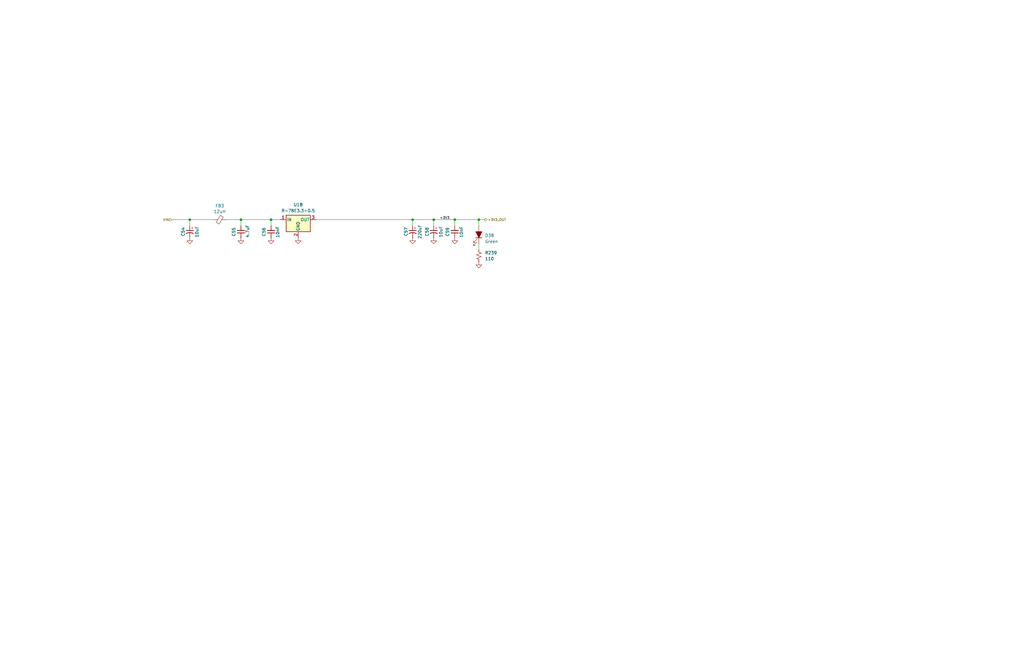
<source format=kicad_sch>
(kicad_sch (version 20250114) (generator "eeschema") (generator_version "9.0")
  (paper "B")
  (lib_symbols
    (symbol "Device:C_Polarized_Small_US" (pin_numbers (hide yes)) (pin_names (offset 0.254) (hide yes))
      (property "Reference" "C" (at 0.254 1.778 0))
      (property "Value" "C_Polarized_Small_US" (at 0.254 -2.032 0))
      (symbol "C_Polarized_Small_US_0_1"
        (polyline (pts (xy -1.524 0.508) (xy 1.524 0.508)) (stroke (width 0.3048)))
        (polyline (pts (xy -1.27 1.524) (xy -0.762 1.524)))
        (polyline (pts (xy -1.016 1.27) (xy -1.016 1.778)))
        (arc (start -1.524 -0.762) (mid 0 -0.3734) (end 1.524 -0.762) (stroke (width 0.3048)))
      )
      (symbol "C_Polarized_Small_US_1_1"
        (pin passive line (at 0 2.54 270) (length 2.032) (name "~") (number "1"))
        (pin passive line (at 0 -2.54 90) (length 2.032) (name "~") (number "2"))
      )
    )
    (symbol "Device:C_Small" (pin_numbers (hide yes)) (pin_names (offset 0.254) (hide yes))
      (property "Reference" "C" (at 0.254 1.778 0))
      (property "Value" "C_Small" (at 0.254 -2.032 0))
      (symbol "C_Small_0_1"
        (polyline (pts (xy -1.524 0.508) (xy 1.524 0.508)) (stroke (width 0.3048)))
        (polyline (pts (xy -1.524 -0.508) (xy 1.524 -0.508)) (stroke (width 0.3302)))
      )
      (symbol "C_Small_1_1"
        (pin passive line (at 0 2.54 270) (length 2.032) (name "~") (number "1"))
        (pin passive line (at 0 -2.54 90) (length 2.032) (name "~") (number "2"))
      )
    )
    (symbol "Device:FerriteBead_Small" (pin_numbers (hide yes)) (pin_names (offset 0))
      (property "Reference" "FB" (at 1.905 1.27 0))
      (property "Value" "FerriteBead_Small" (at 1.905 -1.27 0))
      (symbol "FerriteBead_Small_0_1"
        (polyline (pts (xy -1.8288 0.2794) (xy -1.1176 1.4986) (xy 1.8288 -0.2032) (xy 1.1176 -1.4224) (xy -1.8288 0.2794)))
        (polyline (pts (xy 0 0.889) (xy 0 1.2954)))
        (polyline (pts (xy 0 -1.27) (xy 0 -0.7874)))
      )
      (symbol "FerriteBead_Small_1_1"
        (pin passive line (at 0 2.54 270) (length 1.27) (name "~") (number "1"))
        (pin passive line (at 0 -2.54 90) (length 1.27) (name "~") (number "2"))
      )
    )
    (symbol "Device:LED_Filled" (pin_numbers (hide yes)) (pin_names (offset 1.016) (hide yes))
      (property "Reference" "D" (at 0 2.54 0))
      (property "Value" "LED_Filled" (at 0 -2.54 0))
      (symbol "LED_Filled_0_1"
        (polyline (pts (xy -3.048 -0.762) (xy -4.572 -2.286) (xy -3.81 -2.286) (xy -4.572 -2.286) (xy -4.572 -1.524)))
        (polyline (pts (xy -1.778 -0.762) (xy -3.302 -2.286) (xy -2.54 -2.286) (xy -3.302 -2.286) (xy -3.302 -1.524)))
        (polyline (pts (xy -1.27 0) (xy 1.27 0)))
        (polyline (pts (xy -1.27 -1.27) (xy -1.27 1.27)) (stroke (width 0.254)))
        (polyline (pts (xy 1.27 -1.27) (xy 1.27 1.27) (xy -1.27 0) (xy 1.27 -1.27)) (stroke (width 0.254)) (fill (type outline)))
      )
      (symbol "LED_Filled_1_1"
        (pin passive line (at -3.81 0 0) (length 2.54) (name "K") (number "1"))
        (pin passive line (at 3.81 0 180) (length 2.54) (name "A") (number "2"))
      )
    )
    (symbol "Device:R_Small_US" (pin_numbers (hide yes)) (pin_names (offset 0.254) (hide yes))
      (property "Reference" "R" (at 0.762 0.508 0))
      (property "Value" "R_Small_US" (at 0.762 -1.016 0))
      (symbol "R_Small_US_1_1"
        (polyline (pts (xy 0 1.524) (xy 1.016 1.143) (xy 0 0.762) (xy -1.016 0.381) (xy 0 0)))
        (polyline (pts (xy 0 0) (xy 1.016 -0.381) (xy 0 -0.762) (xy -1.016 -1.143) (xy 0 -1.524)))
        (pin passive line (at 0 2.54 270) (length 1.016) (name "~") (number "1"))
        (pin passive line (at 0 -2.54 90) (length 1.016) (name "~") (number "2"))
      )
    )
    (symbol "Regulator_Switching:R-78E3.3-0.5" (pin_names (offset 0.254))
      (property "Reference" "U" (at -3.81 3.175 0))
      (property "Value" "R-78E3.3-0.5" (at 0 3.175 0))
      (symbol "R-78E3.3-0.5_0_1"
        (rectangle (start -5.08 1.905) (end 5.08 -5.08) (stroke (width 0.254)) (fill (type background)))
      )
      (symbol "R-78E3.3-0.5_1_1"
        (pin power_in line (at -7.62 0 0) (length 2.54) (name "IN") (number "1"))
        (pin power_in line (at 0 -7.62 90) (length 2.54) (name "GND") (number "2"))
        (pin power_out line (at 7.62 0 180) (length 2.54) (name "OUT") (number "3"))
      )
    )
    (symbol "power:GND" (power) (pin_numbers (hide yes)) (pin_names (offset 0) (hide yes))
      (property "Value" "GND" (at 0 -3.81 0))
      (symbol "GND_0_1"
        (polyline (pts (xy 0 0) (xy 0 -1.27) (xy 1.27 -1.27) (xy 0 -2.54) (xy -1.27 -1.27) (xy 0 -1.27)))
      )
      (symbol "GND_1_1"
        (pin power_in line (at 0 0 270) (length 0) (name "~") (number "1"))
      )
    )
  )
  (junction (at 80.01 92.71))
  (junction (at 101.6 92.71))
  (junction (at 114.3 92.71))
  (junction (at 173.99 92.71))
  (junction (at 182.88 92.71))
  (junction (at 191.77 92.71))
  (junction (at 201.93 92.71))
  (wire (pts (xy 133.35 92.71) (xy 173.99 92.71)))
  (wire (pts (xy 201.93 92.71) (xy 204.47 92.71)))
  (wire (pts (xy 182.88 92.71) (xy 191.77 92.71)))
  (wire (pts (xy 173.99 92.71) (xy 173.99 95.25)))
  (wire (pts (xy 114.3 92.71) (xy 114.3 95.25)))
  (wire (pts (xy 72.39 92.71) (xy 80.01 92.71)))
  (wire (pts (xy 201.93 95.25) (xy 201.93 92.71)))
  (wire (pts (xy 114.3 92.71) (xy 118.11 92.71)))
  (wire (pts (xy 201.93 102.87) (xy 201.93 105.41)))
  (wire (pts (xy 101.6 92.71) (xy 114.3 92.71)))
  (wire (pts (xy 182.88 92.71) (xy 182.88 95.25)))
  (wire (pts (xy 80.01 92.71) (xy 80.01 95.25)))
  (wire (pts (xy 173.99 92.71) (xy 182.88 92.71)))
  (wire (pts (xy 101.6 92.71) (xy 101.6 95.25)))
  (wire (pts (xy 191.77 95.25) (xy 191.77 92.71)))
  (wire (pts (xy 95.25 92.71) (xy 101.6 92.71)))
  (wire (pts (xy 191.77 92.71) (xy 201.93 92.71)))
  (wire (pts (xy 80.01 92.71) (xy 90.17 92.71)))
  (label "+3V3" (at 185.42 92.71 0) (effects (font (size 1 1))))
  (hierarchical_label "VIN" (shape input) (at 72.39 92.71 180) (effects (font (size 1 1))))
  (hierarchical_label "+3V3_OUT" (shape output) (at 204.47 92.71 0) (effects (font (size 1 1))))
  (symbol (lib_id "Device:C_Polarized_Small_US") (at 182.88 97.79 0) (mirror y) (unit 1)
    (property "Reference" "C58" (at 180.086 97.79 90))
    (property "Value" "10uF" (at 185.928 97.79 90))
    (property "Description" "Polarized capacitor, small US symbol" (effects (hide yes)))
  )
  (symbol (lib_id "power:GND") (at 201.93 110.49 0) (unit 1)
    (property "Reference" "#PWR0158" (effects (hide yes)))
    (property "Value" "GND" (effects (hide yes)))
    (property "Description" "Power symbol creates a global label with name \"GND\" , ground" (effects (hide yes)))
  )
  (symbol (lib_id "Device:LED_Filled") (at 201.93 99.06 270) (mirror x) (unit 1)
    (property "Reference" "D38" (at 204.47 99.3774 90) (effects (justify left)))
    (property "Value" "Green" (at 204.47 101.9174 90) (effects (justify left)))
    (property "Footprint" "LED_THT:LED_D5.0mm" (effects (hide yes)))
    (property "Description" "Light emitting diode, filled shape" (effects (hide yes)))
    (property "DigiKey Part Number" "732-5016-ND" (effects (hide yes)))
  )
  (symbol (lib_id "Device:C_Polarized_Small_US") (at 80.01 97.79 0) (mirror y) (unit 1)
    (property "Reference" "C54" (at 77.216 97.79 90))
    (property "Value" "10uF" (at 83.058 97.79 90))
    (property "Description" "Polarized capacitor, small US symbol" (effects (hide yes)))
  )
  (symbol (lib_id "power:GND") (at 114.3 100.33 0) (unit 1)
    (property "Reference" "#PWR0153" (effects (hide yes)))
    (property "Value" "GND" (effects (hide yes)))
    (property "Description" "Power symbol creates a global label with name \"GND\" , ground" (effects (hide yes)))
  )
  (symbol (lib_id "Device:C_Polarized_Small_US") (at 173.99 97.79 0) (mirror y) (unit 1)
    (property "Reference" "C57" (at 171.196 97.79 90))
    (property "Value" "220uF" (at 177.038 97.79 90))
    (property "Description" "Polarized capacitor, small US symbol" (effects (hide yes)))
  )
  (symbol (lib_id "power:GND") (at 191.77 100.33 0) (unit 1)
    (property "Reference" "#PWR0157" (effects (hide yes)))
    (property "Value" "GND" (effects (hide yes)))
    (property "Description" "Power symbol creates a global label with name \"GND\" , ground" (effects (hide yes)))
  )
  (symbol (lib_id "power:GND") (at 182.88 100.33 0) (unit 1)
    (property "Reference" "#PWR0156" (effects (hide yes)))
    (property "Value" "GND" (effects (hide yes)))
    (property "Description" "Power symbol creates a global label with name \"GND\" , ground" (effects (hide yes)))
  )
  (symbol (lib_id "power:GND") (at 101.6 100.33 0) (unit 1)
    (property "Reference" "#PWR0152" (effects (hide yes)))
    (property "Value" "GND" (effects (hide yes)))
    (property "Description" "Power symbol creates a global label with name \"GND\" , ground" (effects (hide yes)))
  )
  (symbol (lib_id "power:GND") (at 80.01 100.33 0) (unit 1)
    (property "Reference" "#PWR0151" (effects (hide yes)))
    (property "Value" "GND" (effects (hide yes)))
    (property "Description" "Power symbol creates a global label with name \"GND\" , ground" (effects (hide yes)))
  )
  (symbol (lib_id "Device:FerriteBead_Small") (at 92.71 92.71 90) (unit 1)
    (property "Reference" "FB3" (at 92.6719 86.8637 90))
    (property "Value" "12uH" (at 92.6719 89.288 90))
    (property "Description" "Ferrite bead, small symbol" (effects (hide yes)))
  )
  (symbol (lib_id "power:GND") (at 173.99 100.33 0) (unit 1)
    (property "Reference" "#PWR0155" (effects (hide yes)))
    (property "Value" "GND" (effects (hide yes)))
    (property "Description" "Power symbol creates a global label with name \"GND\" , ground" (effects (hide yes)))
  )
  (symbol (lib_id "power:GND") (at 125.73 100.33 0) (unit 1)
    (property "Reference" "#PWR0154" (effects (hide yes)))
    (property "Value" "GND" (effects (hide yes)))
    (property "Description" "Power symbol creates a global label with name \"GND\" , ground" (effects (hide yes)))
  )
  (symbol (lib_id "Device:R_Small_US") (at 201.93 107.95 180) (unit 1)
    (property "Reference" "R239" (at 204.47 106.6799 0) (effects (justify right)))
    (property "Value" "110" (at 204.47 109.2199 0) (effects (justify right)))
    (property "Footprint" "Resistor_SMD:R_0603_1608Metric_Pad0.98x0.95mm_HandSolder" (effects (hide yes)))
    (property "Description" "Resistor, small US symbol" (effects (hide yes)))
    (property "DigiKey Part Number" "311-510HRCT-ND" (effects (hide yes)))
  )
  (symbol (lib_id "Device:C_Small") (at 114.3 97.79 180) (unit 1)
    (property "Reference" "C56" (at 111.252 99.822 90) (effects (justify right)))
    (property "Value" "10nF" (at 117.094 100.33 90) (effects (justify right)))
    (property "Description" "Unpolarized capacitor, small symbol" (effects (hide yes)))
  )
  (symbol (lib_id "Device:C_Small") (at 101.6 97.79 180) (unit 1)
    (property "Reference" "C55" (at 98.552 99.822 90) (effects (justify right)))
    (property "Value" "4.7uF" (at 104.394 100.33 90) (effects (justify right)))
    (property "Description" "Unpolarized capacitor, small symbol" (effects (hide yes)))
  )
  (symbol (lib_id "Regulator_Switching:R-78E3.3-0.5") (at 125.73 92.71 0) (unit 1)
    (property "Reference" "U18" (at 125.73 86.36 0))
    (property "Value" "R-78E3.3-0.5" (at 125.73 88.9 0))
    (property "Footprint" "Converter_DCDC:Converter_DCDC_RECOM_R-78E-0.5_THT" (effects (hide yes)))
    (property "Datasheet" "https://www.recom-power.com/pdf/Innoline/R-78Exx-0.5.pdf" (effects (hide yes)))
    (property "Description" "500mA Step-Down DC/DC-Regulator, 6-28V input, 3.3V fixed Output Voltage, LM78xx replacement, -40°C to +85°C, SIP3" (effects (hide yes)))
  )
  (symbol (lib_id "Device:C_Small") (at 191.77 97.79 180) (unit 1)
    (property "Reference" "C59" (at 188.722 99.822 90) (effects (justify right)))
    (property "Value" "10nF" (at 194.564 100.33 90) (effects (justify right)))
    (property "Description" "Unpolarized capacitor, small symbol" (effects (hide yes)))
  )
)
</source>
